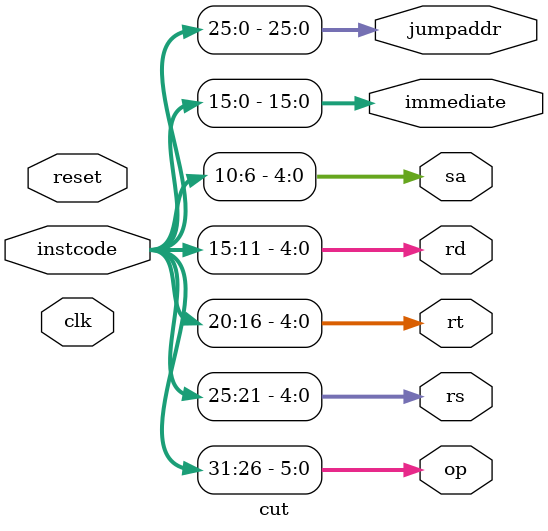
<source format=v>
`timescale 1ns / 1ps


module cut(
    input clk,
    input reset,
    input[31:0] instcode,
    output reg[5:0]op,
    output reg[4:0] rs,
    output reg[4:0] rt,
    output reg[4:0] rd,
    output reg[4:0] sa,
    output reg[15:0] immediate,
    output reg[25:0] jumpaddr
);

    initial begin 
        op = 0;
        rs = 0;
        rt = 0;
        rd = 0;
        sa = 0;
        immediate = 0;
        jumpaddr = 0;
    end
    
    always@(instcode) 
    begin
        op = instcode[31:26];
        rs = instcode[25:21];
        rt = instcode[20:16];
        rd = instcode[15:11];
        sa = instcode[10:6];
        immediate = instcode[15:0];
        jumpaddr = instcode[25:0];
    end

endmodule

</source>
